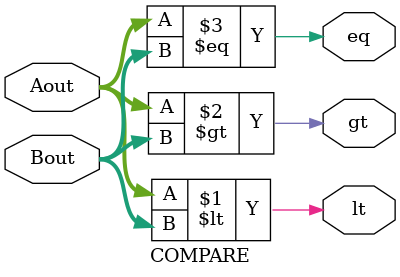
<source format=v>
`timescale 1ns / 1ps


module COMPARE(
 input [15:0]Aout,Bout,
 output lt,gt,eq
    );
    
    assign lt = (Aout < Bout);
    assign gt = (Aout > Bout);
    assign eq = (Aout == Bout);
    
endmodule

</source>
